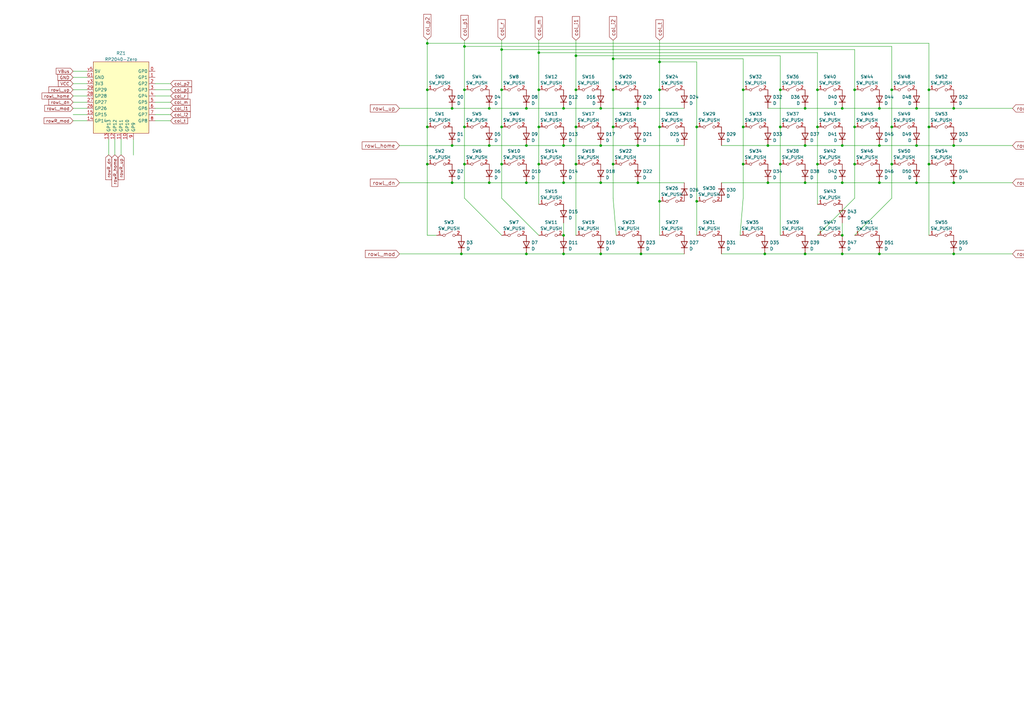
<source format=kicad_sch>
(kicad_sch (version 20211123) (generator eeschema)
  (paper "A3")
  (title_block (title "BumWings_002") (date "2022-11-16") (rev "v0.5") (company "tubby.twins a.k.a. mschnoor"))
  (lib_symbols
    (symbol "BumWings_SymLibrary:Key_Switch" (pin_names (offset 0) hide)
      (property "Reference" "K" (at 0 3.175 0))
      (symbol "Key_Switch_0_0"
        (circle (center -2.032 0) (radius 0.508))
        (polyline (pts (xy -1.524 0.254) (xy 1.524 1.778)))
        (circle (center 2.032 0) (radius 0.508))
      )
      (symbol "Key_Switch_1_1"
        (pin passive line (at -5.08 0 0) (length 2.54) (name "A") (number "1"))
        (pin passive line (at 5.08 0 180) (length 2.54) (name "B") (number "2"))
      )
    )
    (symbol "BumWings_SymLibrary:RP2040-Zero"
      (property "Reference" "RZ" (at 1.27 2.54 0))
      (property "Value" "RP2040-Zero" (at 2.54 12.7 0))
      (symbol "RP2040-Zero_0_1"
        (rectangle (start -10.16 13.97) (end 12.7 -15.24) (fill (type background)))
      )
      (symbol "RP2040-Zero_1_1"
        (pin bidirectional line (at 15.24 10.16 180) (length 2.54) (name "GP0") (number "0"))
        (pin bidirectional line (at 15.24 7.62 180) (length 2.54) (name "GP1") (number "1"))
        (pin bidirectional line (at 3.81 -17.78 90) (length 2.54) (name "GP10") (number "10"))
        (pin bidirectional line (at 1.27 -17.78 90) (length 2.54) (name "GP11") (number "11"))
        (pin bidirectional line (at -1.27 -17.78 90) (length 2.54) (name "GP12") (number "12"))
        (pin bidirectional line (at -3.81 -17.78 90) (length 2.54) (name "GP13") (number "13"))
        (pin bidirectional line (at -12.7 -10.16 0) (length 2.54) (name "GP14") (number "14"))
        (pin bidirectional line (at -12.7 -7.62 0) (length 2.54) (name "GP15") (number "15"))
        (pin bidirectional line (at 15.24 5.08 180) (length 2.54) (name "GP2") (number "2"))
        (pin bidirectional line (at -12.7 -5.08 0) (length 2.54) (name "GP26") (number "26"))
        (pin bidirectional line (at -12.7 -2.54 0) (length 2.54) (name "GP27") (number "27"))
        (pin bidirectional line (at -12.7 0 0) (length 2.54) (name "GP28") (number "28"))
        (pin bidirectional line (at -12.7 2.54 0) (length 2.54) (name "GP29") (number "29"))
        (pin bidirectional line (at 15.24 2.54 180) (length 2.54) (name "GP3") (number "3"))
        (pin bidirectional line (at 15.24 0 180) (length 2.54) (name "GP4") (number "4"))
        (pin bidirectional line (at 15.24 -2.54 180) (length 2.54) (name "GP5") (number "5"))
        (pin bidirectional line (at 15.24 -5.08 180) (length 2.54) (name "GP6") (number "6"))
        (pin bidirectional line (at 15.24 -7.62 180) (length 2.54) (name "GP7") (number "7"))
        (pin bidirectional line (at 15.24 -10.16 180) (length 2.54) (name "GP8") (number "8"))
        (pin bidirectional line (at 6.35 -17.78 90) (length 2.54) (name "GP9") (number "9"))
        (pin power_in line (at -12.7 7.62 0) (length 2.54) (name "GND") (number "G1"))
        (pin power_in line (at -12.7 5.08 0) (length 2.54) (name "3V3") (number "v3"))
        (pin power_in line (at -12.7 10.16 0) (length 2.54) (name "5V") (number "v5"))
      )
    )
    (symbol "Device:D" (pin_numbers hide) (pin_names (offset 1.016) hide)
      (property "Reference" "D" (at 0 2.54 0))
      (property "Value" "D" (at 0 -2.54 0))
      (symbol "D_0_1"
        (polyline (pts (xy -1.27 1.27) (xy -1.27 -1.27)) (stroke (width 0.254)))
        (polyline (pts (xy 1.27 0) (xy -1.27 0)))
        (polyline (pts (xy 1.27 1.27) (xy 1.27 -1.27) (xy -1.27 0) (xy 1.27 1.27)) (stroke (width 0.254)))
      )
      (symbol "D_1_1"
        (pin passive line (at -3.81 0 0) (length 2.54) (name "K") (number "1"))
        (pin passive line (at 3.81 0 180) (length 2.54) (name "A") (number "2"))
      )
    )
  )
  (junction (at 205.74 52.07))
  (junction (at 350.52 36.83))
  (junction (at 360.68 59.69))
  (junction (at 345.44 74.93))
  (junction (at 215.9 44.45))
  (junction (at 345.44 59.69))
  (junction (at 391.16 74.93))
  (junction (at 246.38 59.69))
  (junction (at 391.16 59.69))
  (junction (at 375.92 59.69))
  (junction (at 381 36.83))
  (junction (at 205.74 67.31))
  (junction (at 185.42 74.93))
  (junction (at 365.76 67.31))
  (junction (at 330.2 104.14))
  (junction (at 350.52 52.07))
  (junction (at 190.5 36.83))
  (junction (at 231.14 59.69))
  (junction (at 261.62 59.69))
  (junction (at 330.2 74.93))
  (junction (at 236.22 52.07))
  (junction (at 251.46 67.31))
  (junction (at 304.8 52.07))
  (junction (at 304.8 36.83))
  (junction (at 365.76 52.07))
  (junction (at 391.16 44.45))
  (junction (at 175.26 67.31))
  (junction (at 246.38 44.45))
  (junction (at 270.51 25.4))
  (junction (at 215.9 74.93))
  (junction (at 350.52 67.31))
  (junction (at 345.44 104.14))
  (junction (at 236.22 36.83))
  (junction (at 375.92 44.45))
  (junction (at 185.42 44.45))
  (junction (at 335.28 67.31))
  (junction (at 320.04 52.07))
  (junction (at 391.16 104.14))
  (junction (at 381 67.31))
  (junction (at 313.69 104.14))
  (junction (at 335.28 52.07))
  (junction (at 231.14 44.45))
  (junction (at 189.23 104.14))
  (junction (at 220.98 21.59))
  (junction (at 215.9 59.69))
  (junction (at 262.89 104.14))
  (junction (at 246.38 74.93))
  (junction (at 231.14 74.93))
  (junction (at 360.68 104.14))
  (junction (at 236.22 67.31))
  (junction (at 304.8 67.31))
  (junction (at 231.14 96.52))
  (junction (at 381 52.07))
  (junction (at 200.66 74.93))
  (junction (at 205.74 36.83))
  (junction (at 314.96 59.69))
  (junction (at 270.51 36.83))
  (junction (at 360.68 74.93))
  (junction (at 205.74 20.32))
  (junction (at 251.46 36.83))
  (junction (at 270.51 82.55))
  (junction (at 270.51 52.07))
  (junction (at 261.62 44.45))
  (junction (at 330.2 59.69))
  (junction (at 175.26 36.83))
  (junction (at 220.98 52.07))
  (junction (at 285.75 82.55))
  (junction (at 345.44 44.45))
  (junction (at 236.22 22.86))
  (junction (at 320.04 67.31))
  (junction (at 200.66 59.69))
  (junction (at 175.26 17.78))
  (junction (at 220.98 36.83))
  (junction (at 185.42 59.69))
  (junction (at 345.44 96.52))
  (junction (at 246.38 104.14))
  (junction (at 261.62 74.93))
  (junction (at 251.46 24.13))
  (junction (at 285.75 52.07))
  (junction (at 251.46 52.07))
  (junction (at 231.14 104.14))
  (junction (at 335.28 36.83))
  (junction (at 360.68 44.45))
  (junction (at 314.96 74.93))
  (junction (at 190.5 19.05))
  (junction (at 190.5 52.07))
  (junction (at 375.92 74.93))
  (junction (at 365.76 36.83))
  (junction (at 220.98 67.31))
  (junction (at 330.2 44.45))
  (junction (at 175.26 52.07))
  (junction (at 200.66 44.45))
  (junction (at 320.04 36.83))
  (junction (at 190.5 67.31))
  (junction (at 215.9 104.14))
  (wire (pts (xy 320.04 67.31) (xy 320.04 96.52)))
  (wire (pts (xy 270.51 96.52) (xy 270.51 82.55)))
  (wire (pts (xy 190.5 67.31) (xy 190.5 81.28)))
  (wire (pts (xy 261.62 74.93) (xy 280.67 74.93)))
  (wire (pts (xy 29.972 49.53) (xy 35.687 49.53)))
  (wire (pts (xy 44.577 63.5) (xy 44.577 57.15)))
  (wire (pts (xy 285.75 52.07) (xy 285.75 82.55)))
  (wire (pts (xy 261.62 59.69) (xy 280.67 59.69)))
  (wire (pts (xy 215.9 104.14) (xy 231.14 104.14)))
  (wire (pts (xy 69.977 36.83) (xy 63.627 36.83)))
  (wire (pts (xy 360.68 74.93) (xy 375.92 74.93)))
  (wire (pts (xy 320.04 52.07) (xy 320.04 67.31)))
  (wire (pts (xy 251.46 67.31) (xy 251.46 81.28)))
  (wire (pts (xy 270.51 52.07) (xy 270.51 82.55)))
  (wire (pts (xy 304.8 36.83) (xy 304.8 52.07)))
  (wire (pts (xy 205.74 67.31) (xy 205.74 81.28)))
  (wire (pts (xy 360.68 59.69) (xy 375.92 59.69)))
  (wire (pts (xy 381 17.78) (xy 175.26 17.78)))
  (wire (pts (xy 175.26 36.83) (xy 175.26 52.07)))
  (wire (pts (xy 220.98 36.83) (xy 220.98 52.07)))
  (wire (pts (xy 175.26 52.07) (xy 175.26 67.31)))
  (wire (pts (xy 335.28 96.52) (xy 350.52 81.28)))
  (wire (pts (xy 270.51 16.51) (xy 270.51 25.4)))
  (wire (pts (xy 314.96 74.93) (xy 330.2 74.93)))
  (wire (pts (xy 215.9 59.69) (xy 231.14 59.69)))
  (wire (pts (xy 304.8 67.31) (xy 304.8 81.28)))
  (wire (pts (xy 360.68 44.45) (xy 375.92 44.45)))
  (wire (pts (xy 314.96 44.45) (xy 330.2 44.45)))
  (wire (pts (xy 375.92 44.45) (xy 391.16 44.45)))
  (wire (pts (xy 251.46 36.83) (xy 251.46 52.07)))
  (wire (pts (xy 69.977 44.45) (xy 63.627 44.45)))
  (wire (pts (xy 215.9 74.93) (xy 231.14 74.93)))
  (wire (pts (xy 163.83 59.69) (xy 185.42 59.69)))
  (wire (pts (xy 270.51 36.83) (xy 270.51 52.07)))
  (wire (pts (xy 220.98 67.31) (xy 220.98 83.82)))
  (wire (pts (xy 47.117 63.5) (xy 47.117 57.15)))
  (wire (pts (xy 231.14 104.14) (xy 246.38 104.14)))
  (wire (pts (xy 175.26 16.256) (xy 175.26 17.78)))
  (wire (pts (xy 350.52 67.31) (xy 350.52 81.28)))
  (wire (pts (xy 185.42 74.93) (xy 200.66 74.93)))
  (wire (pts (xy 262.89 104.14) (xy 280.67 104.14)))
  (wire (pts (xy 381 17.78) (xy 381 36.83)))
  (wire (pts (xy 185.42 44.45) (xy 200.66 44.45)))
  (wire (pts (xy 345.44 59.69) (xy 360.68 59.69)))
  (wire (pts (xy 251.46 16.51) (xy 251.46 24.13)))
  (wire (pts (xy 29.972 34.29) (xy 35.687 34.29)))
  (wire (pts (xy 345.44 91.44) (xy 345.44 96.52)))
  (wire (pts (xy 381 52.07) (xy 381 67.31)))
  (wire (pts (xy 251.46 24.13) (xy 251.46 36.83)))
  (wire (pts (xy 231.14 44.45) (xy 246.38 44.45)))
  (wire (pts (xy 295.91 104.14) (xy 313.69 104.14)))
  (wire (pts (xy 69.977 39.37) (xy 63.627 39.37)))
  (wire (pts (xy 295.91 74.93) (xy 314.96 74.93)))
  (wire (pts (xy 313.69 104.14) (xy 330.2 104.14)))
  (wire (pts (xy 335.28 21.59) (xy 220.98 21.59)))
  (wire (pts (xy 285.75 96.52) (xy 285.75 82.55)))
  (wire (pts (xy 236.22 67.31) (xy 236.22 96.52)))
  (wire (pts (xy 246.38 104.14) (xy 262.89 104.14)))
  (wire (pts (xy 190.5 36.83) (xy 190.5 52.07)))
  (wire (pts (xy 304.8 24.13) (xy 251.46 24.13)))
  (wire (pts (xy 320.04 22.86) (xy 320.04 36.83)))
  (wire (pts (xy 215.9 44.45) (xy 231.14 44.45)))
  (wire (pts (xy 314.96 59.69) (xy 330.2 59.69)))
  (wire (pts (xy 29.972 39.37) (xy 35.687 39.37)))
  (wire (pts (xy 415.29 74.93) (xy 391.16 74.93)))
  (wire (pts (xy 345.44 44.45) (xy 360.68 44.45)))
  (wire (pts (xy 335.28 36.83) (xy 335.28 52.07)))
  (wire (pts (xy 220.98 52.07) (xy 220.98 67.31)))
  (wire (pts (xy 190.5 19.05) (xy 365.76 19.05)))
  (wire (pts (xy 236.22 16.51) (xy 236.22 22.86)))
  (wire (pts (xy 163.83 44.45) (xy 185.42 44.45)))
  (wire (pts (xy 246.38 44.45) (xy 261.62 44.45)))
  (wire (pts (xy 365.76 52.07) (xy 365.76 67.31)))
  (wire (pts (xy 285.75 25.4) (xy 270.51 25.4)))
  (wire (pts (xy 231.14 91.44) (xy 231.14 96.52)))
  (wire (pts (xy 29.972 31.75) (xy 35.687 31.75)))
  (wire (pts (xy 345.44 74.93) (xy 360.68 74.93)))
  (wire (pts (xy 350.52 96.52) (xy 365.76 81.28)))
  (wire (pts (xy 415.29 59.69) (xy 391.16 59.69)))
  (wire (pts (xy 205.74 20.32) (xy 205.74 36.83)))
  (wire (pts (xy 280.67 44.45) (xy 261.62 44.45)))
  (wire (pts (xy 236.22 36.83) (xy 236.22 52.07)))
  (wire (pts (xy 246.38 59.69) (xy 261.62 59.69)))
  (wire (pts (xy 350.52 20.32) (xy 350.52 36.83)))
  (wire (pts (xy 190.5 19.05) (xy 190.5 36.83)))
  (wire (pts (xy 69.977 49.53) (xy 63.627 49.53)))
  (wire (pts (xy 54.737 63.627) (xy 54.737 57.15)))
  (wire (pts (xy 345.44 104.14) (xy 360.68 104.14)))
  (wire (pts (xy 304.8 81.28) (xy 303.53 96.52)))
  (wire (pts (xy 335.28 21.59) (xy 335.28 36.83)))
  (wire (pts (xy 69.977 46.99) (xy 63.627 46.99)))
  (wire (pts (xy 375.92 59.69) (xy 391.16 59.69)))
  (wire (pts (xy 200.66 59.69) (xy 215.9 59.69)))
  (wire (pts (xy 231.14 74.93) (xy 246.38 74.93)))
  (wire (pts (xy 320.04 22.86) (xy 236.22 22.86)))
  (wire (pts (xy 415.29 44.45) (xy 391.16 44.45)))
  (wire (pts (xy 200.66 44.45) (xy 215.9 44.45)))
  (wire (pts (xy 220.98 16.51) (xy 220.98 21.59)))
  (wire (pts (xy 251.46 52.07) (xy 251.46 67.31)))
  (wire (pts (xy 365.76 19.05) (xy 365.76 36.83)))
  (wire (pts (xy 220.98 21.59) (xy 220.98 36.83)))
  (wire (pts (xy 29.972 29.21) (xy 35.687 29.21)))
  (wire (pts (xy 270.51 25.4) (xy 270.51 36.83)))
  (wire (pts (xy 163.83 74.93) (xy 185.42 74.93)))
  (wire (pts (xy 205.74 16.51) (xy 205.74 20.32)))
  (wire (pts (xy 330.2 44.45) (xy 345.44 44.45)))
  (wire (pts (xy 205.74 81.28) (xy 220.98 96.52)))
  (wire (pts (xy 350.52 52.07) (xy 350.52 67.31)))
  (wire (pts (xy 335.28 52.07) (xy 335.28 67.31)))
  (wire (pts (xy 190.5 16.637) (xy 190.5 19.05)))
  (wire (pts (xy 29.972 36.83) (xy 35.687 36.83)))
  (wire (pts (xy 381 67.31) (xy 381 96.52)))
  (wire (pts (xy 185.42 59.69) (xy 200.66 59.69)))
  (wire (pts (xy 69.977 34.29) (xy 63.627 34.29)))
  (wire (pts (xy 236.22 52.07) (xy 236.22 67.31)))
  (wire (pts (xy 330.2 59.69) (xy 345.44 59.69)))
  (wire (pts (xy 175.26 96.52) (xy 179.07 96.52)))
  (wire (pts (xy 200.66 74.93) (xy 215.9 74.93)))
  (wire (pts (xy 365.76 67.31) (xy 365.76 81.28)))
  (wire (pts (xy 330.2 104.14) (xy 345.44 104.14)))
  (wire (pts (xy 375.92 74.93) (xy 391.16 74.93)))
  (wire (pts (xy 381 36.83) (xy 381 52.07)))
  (wire (pts (xy 205.74 52.07) (xy 205.74 67.31)))
  (wire (pts (xy 251.46 81.28) (xy 252.73 96.52)))
  (wire (pts (xy 231.14 59.69) (xy 246.38 59.69)))
  (wire (pts (xy 285.75 25.4) (xy 285.75 52.07)))
  (wire (pts (xy 190.5 52.07) (xy 190.5 67.31)))
  (wire (pts (xy 330.2 74.93) (xy 345.44 74.93)))
  (wire (pts (xy 163.83 104.14) (xy 189.23 104.14)))
  (wire (pts (xy 350.52 36.83) (xy 350.52 52.07)))
  (wire (pts (xy 365.76 36.83) (xy 365.76 52.07)))
  (wire (pts (xy 236.22 22.86) (xy 236.22 36.83)))
  (wire (pts (xy 246.38 74.93) (xy 261.62 74.93)))
  (wire (pts (xy 29.972 46.99) (xy 35.687 46.99)))
  (wire (pts (xy 49.657 63.5) (xy 49.657 57.15)))
  (wire (pts (xy 69.977 41.91) (xy 63.627 41.91)))
  (wire (pts (xy 335.28 67.31) (xy 335.28 83.82)))
  (wire (pts (xy 350.52 20.32) (xy 205.74 20.32)))
  (wire (pts (xy 29.972 41.91) (xy 35.687 41.91)))
  (wire (pts (xy 304.8 24.13) (xy 304.8 36.83)))
  (wire (pts (xy 304.8 52.07) (xy 304.8 67.31)))
  (wire (pts (xy 189.23 104.14) (xy 215.9 104.14)))
  (wire (pts (xy 295.91 59.69) (xy 314.96 59.69)))
  (wire (pts (xy 320.04 36.83) (xy 320.04 52.07)))
  (wire (pts (xy 175.26 17.78) (xy 175.26 36.83)))
  (wire (pts (xy 415.29 104.14) (xy 391.16 104.14)))
  (wire (pts (xy 205.74 36.83) (xy 205.74 52.07)))
  (wire (pts (xy 175.26 67.31) (xy 175.26 96.52)))
  (wire (pts (xy 190.5 81.28) (xy 205.74 96.52)))
  (wire (pts (xy 29.972 44.45) (xy 35.687 44.45)))
  (wire (pts (xy 360.68 104.14) (xy 391.16 104.14)))
  (global_label "col_i1" (shape input) (at 236.22 16.51 90) (effects (font (size 1.524 1.524))) (property "Intersheet References" "${INTERSHEET_REFS}" (effects hide)))
  (global_label "col_m" (shape input) (at 220.98 16.51 90) (effects (font (size 1.524 1.524))) (property "Intersheet References" "${INTERSHEET_REFS}" (effects hide)))
  (global_label "rowL_dn" (shape input) (at 163.83 74.93 180) (effects (font (size 1.524 1.524))) (property "Intersheet References" "${INTERSHEET_REFS}" (effects hide)))
  (global_label "col_t" (shape input) (at 69.977 49.53 0) (property "Intersheet References" "${INTERSHEET_REFS}" (effects hide)))
  (global_label "GND" (shape input) (at 29.972 31.75 180) (property "Intersheet References" "${INTERSHEET_REFS}" (effects hide)))
  (global_label "rowL_up" (shape input) (at 29.972 36.83 180) (property "Intersheet References" "${INTERSHEET_REFS}" (effects hide)))
  (global_label "col_r" (shape input) (at 69.977 39.37 0) (property "Intersheet References" "${INTERSHEET_REFS}" (effects hide)))
  (global_label "col_p1" (shape input) (at 190.5 16.637 90) (effects (font (size 1.524 1.524))) (property "Intersheet References" "${INTERSHEET_REFS}" (effects hide)))
  (global_label "col_p2" (shape input) (at 175.26 16.256 90) (effects (font (size 1.524 1.524))) (property "Intersheet References" "${INTERSHEET_REFS}" (effects hide)))
  (global_label "rowL_home" (shape input) (at 29.972 39.37 180) (property "Intersheet References" "${INTERSHEET_REFS}" (effects hide)))
  (global_label "rowR_mod" (shape input) (at 415.29 104.14 0) (effects (font (size 1.524 1.524))) (property "Intersheet References" "${INTERSHEET_REFS}" (effects hide)))
  (global_label "col_t" (shape input) (at 270.51 16.51 90) (effects (font (size 1.524 1.524))) (property "Intersheet References" "${INTERSHEET_REFS}" (effects hide)))
  (global_label "rowR_mod" (shape input) (at 29.972 49.53 180) (property "Intersheet References" "${INTERSHEET_REFS}" (effects hide)))
  (global_label "rowR_up" (shape input) (at 49.657 63.5 270) (property "Intersheet References" "${INTERSHEET_REFS}" (effects hide)))
  (global_label "col_i2" (shape input) (at 69.977 46.99 0) (property "Intersheet References" "${INTERSHEET_REFS}" (effects hide)))
  (global_label "VCC" (shape input) (at 29.972 34.29 180) (property "Intersheet References" "${INTERSHEET_REFS}" (effects hide)))
  (global_label "col_p1" (shape input) (at 69.977 36.83 0) (property "Intersheet References" "${INTERSHEET_REFS}" (effects hide)))
  (global_label "VBus" (shape input) (at 29.972 29.21 180) (property "Intersheet References" "${INTERSHEET_REFS}" (effects hide)))
  (global_label "col_r" (shape input) (at 205.74 16.51 90) (effects (font (size 1.524 1.524))) (property "Intersheet References" "${INTERSHEET_REFS}" (effects hide)))
  (global_label "rowL_mod" (shape input) (at 29.972 44.45 180) (property "Intersheet References" "${INTERSHEET_REFS}" (effects hide)))
  (global_label "rowR_dn" (shape input) (at 415.29 74.93 0) (effects (font (size 1.524 1.524))) (property "Intersheet References" "${INTERSHEET_REFS}" (effects hide)))
  (global_label "rowL_home" (shape input) (at 163.83 59.69 180) (effects (font (size 1.524 1.524))) (property "Intersheet References" "${INTERSHEET_REFS}" (effects hide)))
  (global_label "col_m" (shape input) (at 69.977 41.91 0) (property "Intersheet References" "${INTERSHEET_REFS}" (effects hide)))
  (global_label "col_i1" (shape input) (at 69.977 44.45 0) (property "Intersheet References" "${INTERSHEET_REFS}" (effects hide)))
  (global_label "rowL_mod" (shape input) (at 163.83 104.14 180) (effects (font (size 1.524 1.524))) (property "Intersheet References" "${INTERSHEET_REFS}" (effects hide)))
  (global_label "rowR_dn" (shape input) (at 44.577 63.5 270) (property "Intersheet References" "${INTERSHEET_REFS}" (effects hide)))
  (global_label "rowR_home" (shape input) (at 47.117 63.5 270) (property "Intersheet References" "${INTERSHEET_REFS}" (effects hide)))
  (global_label "rowL_up" (shape input) (at 163.83 44.45 180) (effects (font (size 1.524 1.524))) (property "Intersheet References" "${INTERSHEET_REFS}" (effects hide)))
  (global_label "rowR_up" (shape input) (at 415.29 44.45 0) (effects (font (size 1.524 1.524))) (property "Intersheet References" "${INTERSHEET_REFS}" (effects hide)))
  (global_label "col_i2" (shape input) (at 251.46 16.51 90) (effects (font (size 1.524 1.524))) (property "Intersheet References" "${INTERSHEET_REFS}" (effects hide)))
  (global_label "rowR_home" (shape input) (at 415.29 59.69 0) (effects (font (size 1.524 1.524))) (property "Intersheet References" "${INTERSHEET_REFS}" (effects hide)))
  (global_label "rowL_dn" (shape input) (at 29.972 41.91 180) (property "Intersheet References" "${INTERSHEET_REFS}" (effects hide)))
  (global_label "col_p2" (shape input) (at 69.977 34.29 0) (property "Intersheet References" "${INTERSHEET_REFS}" (effects hide)))
  (symbol (lib_id "Device:D") (at 185.42 40.64 90) (unit 1)
    (property "Reference" "D0" (at 187.452 39.8053 90) (effects (justify right)))
    (property "Value" "D" (at 187.452 42.3422 90) (effects (justify right)))
    (property "Footprint" "BumWings_Library:Diode_D_SOD-123" (effects hide))
  )
  (symbol (lib_id "BumWings_SymLibrary:Key_Switch") (at 184.15 96.52 0) (unit 1)
    (property "Reference" "SW3" (at 184.15 91.1692 0))
    (property "Value" "SW_PUSH" (at 184.15 93.7061 0))
    (property "Footprint" "BumWings_Library:Kailh_PG1350_1.5u_hotswap" (effects hide))
  )
  (symbol (lib_id "Device:D") (at 330.2 55.88 90) (unit 1)
    (property "Reference" "D37" (at 332.232 55.0453 90) (effects (justify right)))
    (property "Value" "D" (at 332.232 57.5822 90) (effects (justify right)))
    (property "Footprint" "BumWings_Library:Diode_D_SOD-123" (effects hide))
  )
  (symbol (lib_id "Device:D") (at 246.38 71.12 90) (unit 1)
    (property "Reference" "D18" (at 248.412 70.2853 90) (effects (justify right)))
    (property "Value" "D" (at 248.412 72.8222 90) (effects (justify right)))
    (property "Footprint" "BumWings_Library:Diode_D_SOD-123" (effects hide))
  )
  (symbol (lib_id "Device:D") (at 200.66 55.88 90) (unit 1)
    (property "Reference" "D5" (at 202.692 55.0453 90) (effects (justify right)))
    (property "Value" "D" (at 202.692 57.5822 90) (effects (justify right)))
    (property "Footprint" "BumWings_Library:Diode_D_SOD-123" (effects hide))
  )
  (symbol (lib_id "BumWings_SymLibrary:Key_Switch") (at 226.06 83.82 0) (unit 1)
    (property "Reference" "SW15" (at 226.06 78.4692 0))
    (property "Value" "SW_PUSH" (at 226.06 81.0061 0))
    (property "Footprint" "BumWings_Library:Kailh_PG1350_1u_hotswap" (effects hide))
  )
  (symbol (lib_id "BumWings_SymLibrary:Key_Switch") (at 241.3 96.52 0) (unit 1)
    (property "Reference" "SW19" (at 241.3 91.1692 0))
    (property "Value" "SW_PUSH" (at 241.3 93.7061 0))
    (property "Footprint" "BumWings_Library:Kailh_PG1350_1u_hotswap" (effects hide))
  )
  (symbol (lib_id "Device:D") (at 280.67 100.33 90) (unit 1)
    (property "Reference" "D27" (at 282.702 99.4953 90) (effects (justify right)))
    (property "Value" "D" (at 282.702 102.0322 90) (effects (justify right)))
    (property "Footprint" "BumWings_Library:Diode_D_SOD-123" (effects hide))
  )
  (symbol (lib_id "Device:D") (at 360.68 40.64 90) (unit 1)
    (property "Reference" "D44" (at 362.712 39.8053 90) (effects (justify right)))
    (property "Value" "D" (at 362.712 42.3422 90) (effects (justify right)))
    (property "Footprint" "BumWings_Library:Diode_D_SOD-123" (effects hide))
  )
  (symbol (lib_id "Device:D") (at 391.16 100.33 90) (unit 1)
    (property "Reference" "D55" (at 393.192 99.4953 90) (effects (justify right)))
    (property "Value" "D" (at 393.192 102.0322 90) (effects (justify right)))
    (property "Footprint" "BumWings_Library:Diode_D_SOD-123" (effects hide))
  )
  (symbol (lib_id "Device:D") (at 314.96 71.12 90) (unit 1)
    (property "Reference" "D34" (at 316.992 70.2853 90) (effects (justify right)))
    (property "Value" "D" (at 316.992 72.8222 90) (effects (justify right)))
    (property "Footprint" "BumWings_Library:Diode_D_SOD-123" (effects hide))
  )
  (symbol (lib_id "BumWings_SymLibrary:Key_Switch") (at 290.83 96.52 0) (unit 1)
    (property "Reference" "SW31" (at 290.83 91.1692 0))
    (property "Value" "SW_PUSH" (at 290.83 93.7061 0))
    (property "Footprint" "BumWings_Library:Kailh_PG1350_1.5u_hotswap" (effects hide))
  )
  (symbol (lib_id "Device:D") (at 261.62 55.88 90) (unit 1)
    (property "Reference" "D21" (at 263.652 55.0453 90) (effects (justify right)))
    (property "Value" "D" (at 263.652 57.5822 90) (effects (justify right)))
    (property "Footprint" "BumWings_Library:Diode_D_SOD-123" (effects hide))
  )
  (symbol (lib_id "Device:D") (at 262.89 100.33 90) (unit 1)
    (property "Reference" "D23" (at 264.922 99.4953 90) (effects (justify right)))
    (property "Value" "D" (at 264.922 102.0322 90) (effects (justify right)))
    (property "Footprint" "BumWings_Library:Diode_D_SOD-123" (effects hide))
  )
  (symbol (lib_id "Device:D") (at 295.91 78.74 270) (unit 1)
    (property "Reference" "D30" (at 297.942 77.9053 90) (effects (justify left)))
    (property "Value" "D" (at 297.942 80.4422 90) (effects (justify left)))
    (property "Footprint" "BumWings_Library:Diode_D_SOD-123" (effects hide))
  )
  (symbol (lib_id "BumWings_SymLibrary:Key_Switch") (at 180.34 36.83 0) (unit 1)
    (property "Reference" "SW0" (at 180.34 31.4792 0))
    (property "Value" "SW_PUSH" (at 180.34 34.0161 0))
    (property "Footprint" "BumWings_Library:Kailh_PG1350_1u_hotswap" (effects hide))
  )
  (symbol (lib_id "BumWings_SymLibrary:Key_Switch") (at 308.61 96.52 0) (unit 1)
    (property "Reference" "SW35" (at 308.61 91.1692 0))
    (property "Value" "SW_PUSH" (at 308.61 93.7061 0))
    (property "Footprint" "BumWings_Library:Kailh_PG1350_2u_stab_hotswap" (effects hide))
  )
  (symbol (lib_id "Device:D") (at 200.66 40.64 90) (unit 1)
    (property "Reference" "D4" (at 202.692 39.8053 90) (effects (justify right)))
    (property "Value" "D" (at 202.692 42.3422 90) (effects (justify right)))
    (property "Footprint" "BumWings_Library:Diode_D_SOD-123" (effects hide))
  )
  (symbol (lib_id "Device:D") (at 345.44 87.63 90) (unit 1)
    (property "Reference" "D43" (at 347.472 86.7953 90) (effects (justify right)))
    (property "Value" "D" (at 347.472 89.3322 90) (effects (justify right)))
    (property "Footprint" "BumWings_Library:Diode_D_SOD-123" (effects hide))
  )
  (symbol (lib_id "Device:D") (at 391.16 71.12 90) (unit 1)
    (property "Reference" "D54" (at 393.192 70.2853 90) (effects (justify right)))
    (property "Value" "D" (at 393.192 72.8222 90) (effects (justify right)))
    (property "Footprint" "BumWings_Library:Diode_D_SOD-123" (effects hide))
  )
  (symbol (lib_id "BumWings_SymLibrary:Key_Switch") (at 340.36 52.07 0) (unit 1)
    (property "Reference" "SW41" (at 340.36 46.7192 0))
    (property "Value" "SW_PUSH" (at 340.36 49.2561 0))
    (property "Footprint" "BumWings_Library:Kailh_PG1350_1u_hotswap" (effects hide))
  )
  (symbol (lib_id "Device:D") (at 261.62 40.64 90) (unit 1)
    (property "Reference" "D20" (at 263.652 39.8053 90) (effects (justify right)))
    (property "Value" "D" (at 263.652 42.3422 90) (effects (justify right)))
    (property "Footprint" "BumWings_Library:Diode_D_SOD-123" (effects hide))
  )
  (symbol (lib_id "BumWings_SymLibrary:Key_Switch") (at 370.84 67.31 0) (unit 1)
    (property "Reference" "SW50" (at 370.84 61.9592 0))
    (property "Value" "SW_PUSH" (at 370.84 64.4961 0))
    (property "Footprint" "BumWings_Library:Kailh_PG1350_1u_hotswap" (effects hide))
  )
  (symbol (lib_id "Device:D") (at 231.14 55.88 90) (unit 1)
    (property "Reference" "D13" (at 233.172 55.0453 90) (effects (justify right)))
    (property "Value" "D" (at 233.172 57.5822 90) (effects (justify right)))
    (property "Footprint" "BumWings_Library:Diode_D_SOD-123" (effects hide))
  )
  (symbol (lib_id "BumWings_SymLibrary:Key_Switch") (at 325.12 36.83 0) (unit 1)
    (property "Reference" "SW36" (at 325.12 31.4792 0))
    (property "Value" "SW_PUSH" (at 325.12 34.0161 0))
    (property "Footprint" "BumWings_Library:Kailh_PG1350_1u_hotswap" (effects hide))
  )
  (symbol (lib_id "Device:D") (at 360.68 100.33 90) (unit 1)
    (property "Reference" "D51" (at 362.712 99.4953 90) (effects (justify right)))
    (property "Value" "D" (at 362.712 102.0322 90) (effects (justify right)))
    (property "Footprint" "BumWings_Library:Diode_D_SOD-123" (effects hide))
  )
  (symbol (lib_id "BumWings_SymLibrary:Key_Switch") (at 386.08 52.07 0) (unit 1)
    (property "Reference" "SW53" (at 386.08 46.7192 0))
    (property "Value" "SW_PUSH" (at 386.08 49.2561 0))
    (property "Footprint" "BumWings_Library:Kailh_PG1350_1u_hotswap" (effects hide))
  )
  (symbol (lib_id "BumWings_SymLibrary:Key_Switch") (at 257.81 96.52 0) (unit 1)
    (property "Reference" "SW23" (at 257.81 91.1692 0))
    (property "Value" "SW_PUSH" (at 257.81 93.7061 0))
    (property "Footprint" "BumWings_Library:Kailh_PG1350_2u_stab_hotswap" (effects hide))
  )
  (symbol (lib_id "Device:D") (at 215.9 40.64 90) (unit 1)
    (property "Reference" "D8" (at 217.932 39.8053 90) (effects (justify right)))
    (property "Value" "D" (at 217.932 42.3422 90) (effects (justify right)))
    (property "Footprint" "BumWings_Library:Diode_D_SOD-123" (effects hide))
  )
  (symbol (lib_id "Device:D") (at 330.2 40.64 90) (unit 1)
    (property "Reference" "D36" (at 328.168 39.8053 90) (effects (justify left)))
    (property "Value" "D" (at 328.168 42.3422 90) (effects (justify left)))
    (property "Footprint" "BumWings_Library:Diode_D_SOD-123" (effects hide))
  )
  (symbol (lib_id "BumWings_SymLibrary:Key_Switch") (at 386.08 67.31 0) (unit 1)
    (property "Reference" "SW54" (at 386.08 61.9592 0))
    (property "Value" "SW_PUSH" (at 386.08 64.4961 0))
    (property "Footprint" "BumWings_Library:Kailh_PG1350_1u_hotswap" (effects hide))
  )
  (symbol (lib_id "Device:D") (at 246.38 55.88 90) (unit 1)
    (property "Reference" "D17" (at 248.412 55.0453 90) (effects (justify right)))
    (property "Value" "D" (at 248.412 57.5822 90) (effects (justify right)))
    (property "Footprint" "BumWings_Library:Diode_D_SOD-123" (effects hide))
  )
  (symbol (lib_id "BumWings_SymLibrary:Key_Switch") (at 370.84 36.83 0) (unit 1)
    (property "Reference" "SW48" (at 370.84 31.4792 0))
    (property "Value" "SW_PUSH" (at 370.84 34.0161 0))
    (property "Footprint" "BumWings_Library:Kailh_PG1350_1u_hotswap" (effects hide))
  )
  (symbol (lib_id "BumWings_SymLibrary:Key_Switch") (at 325.12 52.07 0) (unit 1)
    (property "Reference" "SW37" (at 325.12 46.7192 0))
    (property "Value" "SW_PUSH" (at 325.12 49.2561 0))
    (property "Footprint" "BumWings_Library:Kailh_PG1350_1u_hotswap" (effects hide))
  )
  (symbol (lib_id "Device:D") (at 280.67 78.74 270) (unit 1)
    (property "Reference" "D26" (at 282.702 77.9053 90) (effects (justify left)))
    (property "Value" "D" (at 282.702 80.4422 90) (effects (justify left)))
    (property "Footprint" "BumWings_Library:Diode_D_SOD-123" (effects hide))
  )
  (symbol (lib_id "Device:D") (at 345.44 100.33 90) (unit 1)
    (property "Reference" "D47" (at 347.472 99.4953 90) (effects (justify right)))
    (property "Value" "D" (at 347.472 102.0322 90) (effects (justify right)))
    (property "Footprint" "BumWings_Library:Diode_D_SOD-123" (effects hide))
  )
  (symbol (lib_id "BumWings_SymLibrary:Key_Switch") (at 370.84 52.07 0) (unit 1)
    (property "Reference" "SW49" (at 370.84 46.7192 0))
    (property "Value" "SW_PUSH" (at 370.84 49.2561 0))
    (property "Footprint" "BumWings_Library:Kailh_PG1350_1u_hotswap" (effects hide))
  )
  (symbol (lib_id "Device:D") (at 231.14 40.64 90) (unit 1)
    (property "Reference" "D12" (at 233.172 39.8053 90) (effects (justify right)))
    (property "Value" "D" (at 233.172 42.3422 90) (effects (justify right)))
    (property "Footprint" "BumWings_Library:Diode_D_SOD-123" (effects hide))
  )
  (symbol (lib_id "BumWings_SymLibrary:Key_Switch") (at 256.54 36.83 0) (unit 1)
    (property "Reference" "SW20" (at 256.54 31.4792 0))
    (property "Value" "SW_PUSH" (at 256.54 34.0161 0))
    (property "Footprint" "BumWings_Library:Kailh_PG1350_1u_hotswap" (effects hide))
  )
  (symbol (lib_id "BumWings_SymLibrary:Key_Switch") (at 180.34 52.07 0) (unit 1)
    (property "Reference" "SW1" (at 180.34 46.7192 0))
    (property "Value" "SW_PUSH" (at 180.34 49.2561 0))
    (property "Footprint" "BumWings_Library:Kailh_PG1350_1u_hotswap" (effects hide))
  )
  (symbol (lib_id "Device:D") (at 391.16 40.64 90) (unit 1)
    (property "Reference" "D52" (at 393.192 39.8053 90) (effects (justify right)))
    (property "Value" "D" (at 393.192 42.3422 90) (effects (justify right)))
    (property "Footprint" "BumWings_Library:Diode_D_SOD-123" (effects hide))
  )
  (symbol (lib_id "BumWings_SymLibrary:Key_Switch") (at 241.3 36.83 0) (unit 1)
    (property "Reference" "SW16" (at 241.3 31.4792 0))
    (property "Value" "SW_PUSH" (at 241.3 34.0161 0))
    (property "Footprint" "BumWings_Library:Kailh_PG1350_1u_hotswap" (effects hide))
  )
  (symbol (lib_id "BumWings_SymLibrary:Key_Switch") (at 386.08 96.52 0) (unit 1)
    (property "Reference" "SW55" (at 386.08 91.1692 0))
    (property "Value" "SW_PUSH" (at 386.08 93.7061 0))
    (property "Footprint" "BumWings_Library:Kailh_PG1350_1.5u_hotswap" (effects hide))
  )
  (symbol (lib_id "BumWings_SymLibrary:Key_Switch") (at 275.59 96.52 0) (unit 1)
    (property "Reference" "SW27" (at 275.59 91.1692 0))
    (property "Value" "SW_PUSH" (at 275.59 93.7061 0))
    (property "Footprint" "BumWings_Library:Kailh_PG1350_1.5u_hotswap" (effects hide))
  )
  (symbol (lib_id "BumWings_SymLibrary:Key_Switch") (at 210.82 52.07 0) (unit 1)
    (property "Reference" "SW9" (at 210.82 46.7192 0))
    (property "Value" "SW_PUSH" (at 210.82 49.2561 0))
    (property "Footprint" "BumWings_Library:Kailh_PG1350_1u_hotswap" (effects hide))
  )
  (symbol (lib_id "BumWings_SymLibrary:Key_Switch") (at 340.36 83.82 0) (unit 1)
    (property "Reference" "SW43" (at 340.36 78.4692 0))
    (property "Value" "SW_PUSH" (at 340.36 81.0061 0))
    (property "Footprint" "BumWings_Library:Kailh_PG1350_1u_hotswap" (effects hide))
  )
  (symbol (lib_id "BumWings_SymLibrary:Key_Switch") (at 241.3 52.07 0) (unit 1)
    (property "Reference" "SW17" (at 241.3 46.7192 0))
    (property "Value" "SW_PUSH" (at 241.3 49.2561 0))
    (property "Footprint" "BumWings_Library:Kailh_PG1350_1u_hotswap" (effects hide))
  )
  (symbol (lib_id "BumWings_SymLibrary:Key_Switch") (at 226.06 96.52 0) (unit 1)
    (property "Reference" "SW11" (at 226.06 91.1692 0))
    (property "Value" "SW_PUSH" (at 226.06 93.7061 0))
    (property "Footprint" "BumWings_Library:Kailh_PG1350_1u_hotswap" (effects hide))
  )
  (symbol (lib_id "Device:D") (at 231.14 87.63 90) (unit 1)
    (property "Reference" "D15" (at 233.172 86.7953 90) (effects (justify right)))
    (property "Value" "D" (at 233.172 89.3322 90) (effects (justify right)))
    (property "Footprint" "BumWings_Library:Diode_D_SOD-123" (effects hide))
  )
  (symbol (lib_id "Device:D") (at 375.92 55.88 90) (unit 1)
    (property "Reference" "D49" (at 373.888 55.0453 90) (effects (justify left)))
    (property "Value" "D" (at 373.888 57.5822 90) (effects (justify left)))
    (property "Footprint" "BumWings_Library:Diode_D_SOD-123" (effects hide))
  )
  (symbol (lib_id "BumWings_SymLibrary:Key_Switch") (at 180.34 67.31 0) (unit 1)
    (property "Reference" "SW2" (at 180.34 61.9592 0))
    (property "Value" "SW_PUSH" (at 180.34 64.4961 0))
    (property "Footprint" "BumWings_Library:Kailh_PG1350_1u_hotswap" (effects hide))
  )
  (symbol (lib_id "BumWings_SymLibrary:Key_Switch") (at 210.82 36.83 0) (unit 1)
    (property "Reference" "SW8" (at 210.82 31.4792 0))
    (property "Value" "SW_PUSH" (at 210.82 34.0161 0))
    (property "Footprint" "BumWings_Library:Kailh_PG1350_1u_hotswap" (effects hide))
  )
  (symbol (lib_id "BumWings_SymLibrary:Key_Switch") (at 275.59 52.07 0) (unit 1)
    (property "Reference" "SW25" (at 275.59 46.7192 0))
    (property "Value" "SW_PUSH" (at 275.59 49.2561 0))
    (property "Footprint" "BumWings_Library:Kailh_PG1350_1.5u_hotswap" (effects hide))
  )
  (symbol (lib_id "BumWings_SymLibrary:Key_Switch") (at 309.88 67.31 0) (unit 1)
    (property "Reference" "SW34" (at 309.88 61.9592 0))
    (property "Value" "SW_PUSH" (at 309.88 64.4961 0))
    (property "Footprint" "BumWings_Library:Kailh_PG1350_1u_hotswap" (effects hide))
  )
  (symbol (lib_id "BumWings_SymLibrary:Key_Switch") (at 275.59 82.55 0) (unit 1)
    (property "Reference" "SW26" (at 275.59 77.1992 0))
    (property "Value" "SW_PUSH" (at 275.59 79.7361 0))
    (property "Footprint" "BumWings_Library:Kailh_PG1350_1u_hotswap" (effects hide))
  )
  (symbol (lib_id "Device:D") (at 189.23 100.33 90) (unit 1)
    (property "Reference" "D3" (at 191.262 99.4953 90) (effects (justify right)))
    (property "Value" "D" (at 191.262 102.0322 90) (effects (justify right)))
    (property "Footprint" "BumWings_Library:Diode_D_SOD-123" (effects hide))
  )
  (symbol (lib_id "Device:D") (at 200.66 71.12 90) (unit 1)
    (property "Reference" "D6" (at 202.692 70.2853 90) (effects (justify right)))
    (property "Value" "D" (at 202.692 72.8222 90) (effects (justify right)))
    (property "Footprint" "BumWings_Library:Diode_D_SOD-123" (effects hide))
  )
  (symbol (lib_id "BumWings_SymLibrary:Key_Switch") (at 256.54 52.07 0) (unit 1)
    (property "Reference" "SW21" (at 256.54 46.7192 0))
    (property "Value" "SW_PUSH" (at 256.54 49.2561 0))
    (property "Footprint" "BumWings_Library:Kailh_PG1350_1u_hotswap" (effects hide))
  )
  (symbol (lib_id "Device:D") (at 360.68 55.88 90) (unit 1)
    (property "Reference" "D45" (at 362.712 55.0453 90) (effects (justify right)))
    (property "Value" "D" (at 362.712 57.5822 90) (effects (justify right)))
    (property "Footprint" "BumWings_Library:Diode_D_SOD-123" (effects hide))
  )
  (symbol (lib_id "BumWings_SymLibrary:Key_Switch") (at 340.36 67.31 0) (unit 1)
    (property "Reference" "SW42" (at 340.36 61.9592 0))
    (property "Value" "SW_PUSH" (at 340.36 64.4961 0))
    (property "Footprint" "BumWings_Library:Kailh_PG1350_1u_hotswap" (effects hide))
  )
  (symbol (lib_id "Device:D") (at 330.2 71.12 90) (unit 1)
    (property "Reference" "D38" (at 332.232 70.2853 90) (effects (justify right)))
    (property "Value" "D" (at 332.232 72.8222 90) (effects (justify right)))
    (property "Footprint" "BumWings_Library:Diode_D_SOD-123" (effects hide))
  )
  (symbol (lib_id "BumWings_SymLibrary:Key_Switch") (at 340.36 96.52 0) (unit 1)
    (property "Reference" "SW47" (at 340.36 91.1692 0))
    (property "Value" "SW_PUSH" (at 340.36 93.7061 0))
    (property "Footprint" "BumWings_Library:Kailh_PG1350_1u_hotswap" (effects hide))
  )
  (symbol (lib_id "Device:D") (at 231.14 100.33 90) (unit 1)
    (property "Reference" "D11" (at 233.172 99.4953 90) (effects (justify right)))
    (property "Value" "D" (at 233.172 102.0322 90) (effects (justify right)))
    (property "Footprint" "BumWings_Library:Diode_D_SOD-123" (effects hide))
  )
  (symbol (lib_id "Device:D") (at 215.9 100.33 90) (unit 1)
    (property "Reference" "D7" (at 217.932 99.4953 90) (effects (justify right)))
    (property "Value" "D" (at 217.932 102.0322 90) (effects (justify right)))
    (property "Footprint" "BumWings_Library:Diode_D_SOD-123" (effects hide))
  )
  (symbol (lib_id "BumWings_SymLibrary:Key_Switch") (at 325.12 67.31 0) (unit 1)
    (property "Reference" "SW38" (at 325.12 61.9592 0))
    (property "Value" "SW_PUSH" (at 325.12 64.4961 0))
    (property "Footprint" "BumWings_Library:Kailh_PG1350_1u_hotswap" (effects hide))
  )
  (symbol (lib_id "Device:D") (at 314.96 40.64 90) (unit 1)
    (property "Reference" "D32" (at 316.992 39.8053 90) (effects (justify right)))
    (property "Value" "D" (at 316.992 42.3422 90) (effects (justify right)))
    (property "Footprint" "BumWings_Library:Diode_D_SOD-123" (effects hide))
  )
  (symbol (lib_id "Device:D") (at 295.91 55.88 90) (unit 1)
    (property "Reference" "D29" (at 297.942 55.0453 90) (effects (justify right)))
    (property "Value" "D" (at 297.942 57.5822 90) (effects (justify right)))
    (property "Footprint" "BumWings_Library:Diode_D_SOD-123" (effects hide))
  )
  (symbol (lib_id "Device:D") (at 375.92 40.64 90) (unit 1)
    (property "Reference" "D48" (at 373.888 39.8053 90) (effects (justify left)))
    (property "Value" "D" (at 373.888 42.3422 90) (effects (justify left)))
    (property "Footprint" "BumWings_Library:Diode_D_SOD-123" (effects hide))
  )
  (symbol (lib_id "BumWings_SymLibrary:Key_Switch") (at 226.06 36.83 0) (unit 1)
    (property "Reference" "SW12" (at 226.06 31.4792 0))
    (property "Value" "SW_PUSH" (at 226.06 34.0161 0))
    (property "Footprint" "BumWings_Library:Kailh_PG1350_1u_hotswap" (effects hide))
  )
  (symbol (lib_id "BumWings_SymLibrary:Key_Switch") (at 340.36 36.83 0) (unit 1)
    (property "Reference" "SW40" (at 340.36 31.4792 0))
    (property "Value" "SW_PUSH" (at 340.36 34.0161 0))
    (property "Footprint" "BumWings_Library:Kailh_PG1350_1u_hotswap" (effects hide))
  )
  (symbol (lib_id "BumWings_SymLibrary:Key_Switch") (at 290.83 52.07 0) (unit 1)
    (property "Reference" "SW29" (at 290.83 46.7192 0))
    (property "Value" "SW_PUSH" (at 290.83 49.2561 0))
    (property "Footprint" "BumWings_Library:Kailh_PG1350_1.5u_hotswap" (effects hide))
  )
  (symbol (lib_id "Device:D") (at 261.62 71.12 90) (unit 1)
    (property "Reference" "D22" (at 263.652 70.2853 90) (effects (justify right)))
    (property "Value" "D" (at 263.652 72.8222 90) (effects (justify right)))
    (property "Footprint" "BumWings_Library:Diode_D_SOD-123" (effects hide))
  )
  (symbol (lib_id "BumWings_SymLibrary:Key_Switch") (at 355.6 96.52 0) (unit 1)
    (property "Reference" "SW51" (at 355.6 91.1692 0))
    (property "Value" "SW_PUSH" (at 355.6 93.7061 0))
    (property "Footprint" "BumWings_Library:Kailh_PG1350_1u_hotswap" (effects hide))
  )
  (symbol (lib_id "Device:D") (at 246.38 100.33 90) (unit 1)
    (property "Reference" "D19" (at 248.412 99.4953 90) (effects (justify right)))
    (property "Value" "D" (at 248.412 102.0322 90) (effects (justify right)))
    (property "Footprint" "BumWings_Library:Diode_D_SOD-123" (effects hide))
  )
  (symbol (lib_id "Device:D") (at 345.44 40.64 90) (unit 1)
    (property "Reference" "D40" (at 343.408 39.8053 90) (effects (justify left)))
    (property "Value" "D" (at 343.408 42.3422 90) (effects (justify left)))
    (property "Footprint" "BumWings_Library:Diode_D_SOD-123" (effects hide))
  )
  (symbol (lib_id "BumWings_SymLibrary:Key_Switch") (at 325.12 96.52 0) (unit 1)
    (property "Reference" "SW39" (at 325.12 91.1692 0))
    (property "Value" "SW_PUSH" (at 325.12 93.7061 0))
    (property "Footprint" "BumWings_Library:Kailh_PG1350_1u_hotswap" (effects hide))
  )
  (symbol (lib_id "BumWings_SymLibrary:Key_Switch") (at 256.54 67.31 0) (unit 1)
    (property "Reference" "SW22" (at 256.54 61.9592 0))
    (property "Value" "SW_PUSH" (at 256.54 64.4961 0))
    (property "Footprint" "BumWings_Library:Kailh_PG1350_1u_hotswap" (effects hide))
  )
  (symbol (lib_id "BumWings_SymLibrary:RP2040-Zero") (at 48.387 39.37 0) (unit 1)
    (property "Reference" "RZ1" (at 49.657 21.8272 0))
    (property "Value" "RP2040-Zero" (at 49.657 24.3641 0))
    (property "Footprint" "BumWings_Library:RP2040-Zero" (effects hide))
  )
  (symbol (lib_id "Device:D") (at 215.9 71.12 90) (unit 1)
    (property "Reference" "D10" (at 217.932 70.2853 90) (effects (justify right)))
    (property "Value" "D" (at 217.932 72.8222 90) (effects (justify right)))
    (property "Footprint" "BumWings_Library:Diode_D_SOD-123" (effects hide))
  )
  (symbol (lib_id "Device:D") (at 185.42 55.88 90) (unit 1)
    (property "Reference" "D1" (at 187.452 55.0453 90) (effects (justify right)))
    (property "Value" "D" (at 187.452 57.5822 90) (effects (justify right)))
    (property "Footprint" "BumWings_Library:Diode_D_SOD-123" (effects hide))
  )
  (symbol (lib_id "BumWings_SymLibrary:Key_Switch") (at 309.88 36.83 0) (unit 1)
    (property "Reference" "SW32" (at 309.88 31.4792 0))
    (property "Value" "SW_PUSH" (at 309.88 34.0161 0))
    (property "Footprint" "BumWings_Library:Kailh_PG1350_1u_hotswap" (effects hide))
  )
  (symbol (lib_id "Device:D") (at 231.14 71.12 90) (unit 1)
    (property "Reference" "D14" (at 233.172 70.2853 90) (effects (justify right)))
    (property "Value" "D" (at 233.172 72.8222 90) (effects (justify right)))
    (property "Footprint" "BumWings_Library:Diode_D_SOD-123" (effects hide))
  )
  (symbol (lib_id "BumWings_SymLibrary:Key_Switch") (at 195.58 36.83 0) (unit 1)
    (property "Reference" "SW4" (at 195.58 31.4792 0))
    (property "Value" "SW_PUSH" (at 195.58 34.0161 0))
    (property "Footprint" "BumWings_Library:Kailh_PG1350_1u_hotswap" (effects hide))
  )
  (symbol (lib_id "Device:D") (at 330.2 100.33 90) (unit 1)
    (property "Reference" "D39" (at 332.232 99.4953 90) (effects (justify right)))
    (property "Value" "D" (at 332.232 102.0322 90) (effects (justify right)))
    (property "Footprint" "BumWings_Library:Diode_D_SOD-123" (effects hide))
  )
  (symbol (lib_id "BumWings_SymLibrary:Key_Switch") (at 290.83 82.55 0) (unit 1)
    (property "Reference" "SW30" (at 290.83 77.1992 0))
    (property "Value" "SW_PUSH" (at 290.83 79.7361 0))
    (property "Footprint" "BumWings_Library:Kailh_PG1350_1u_hotswap" (effects hide))
  )
  (symbol (lib_id "Device:D") (at 360.68 71.12 90) (unit 1)
    (property "Reference" "D46" (at 362.712 70.2853 90) (effects (justify right)))
    (property "Value" "D" (at 362.712 72.8222 90) (effects (justify right)))
    (property "Footprint" "BumWings_Library:Diode_D_SOD-123" (effects hide))
  )
  (symbol (lib_id "Device:D") (at 391.16 55.88 90) (unit 1)
    (property "Reference" "D53" (at 393.192 55.0453 90) (effects (justify right)))
    (property "Value" "D" (at 393.192 57.5822 90) (effects (justify right)))
    (property "Footprint" "BumWings_Library:Diode_D_SOD-123" (effects hide))
  )
  (symbol (lib_id "BumWings_SymLibrary:Key_Switch") (at 275.59 36.83 0) (unit 1)
    (property "Reference" "SW24" (at 275.59 31.4792 0))
    (property "Value" "SW_PUSH" (at 275.59 34.0161 0))
    (property "Footprint" "BumWings_Library:Kailh_PG1350_1u_hotswap" (effects hide))
  )
  (symbol (lib_id "Device:D") (at 280.67 40.64 90) (unit 1)
    (property "Reference" "D24" (at 282.702 39.8053 90) (effects (justify right)))
    (property "Value" "D" (at 282.702 42.3422 90) (effects (justify right)))
    (property "Footprint" "BumWings_Library:Diode_D_SOD-123" (effects hide))
  )
  (symbol (lib_id "BumWings_SymLibrary:Key_Switch") (at 195.58 67.31 0) (unit 1)
    (property "Reference" "SW6" (at 195.58 61.9592 0))
    (property "Value" "SW_PUSH" (at 195.58 64.4961 0))
    (property "Footprint" "BumWings_Library:Kailh_PG1350_1u_hotswap" (effects hide))
  )
  (symbol (lib_id "BumWings_SymLibrary:Key_Switch") (at 241.3 67.31 0) (unit 1)
    (property "Reference" "SW18" (at 241.3 61.9592 0))
    (property "Value" "SW_PUSH" (at 241.3 64.4961 0))
    (property "Footprint" "BumWings_Library:Kailh_PG1350_1u_hotswap" (effects hide))
  )
  (symbol (lib_id "BumWings_SymLibrary:Key_Switch") (at 355.6 67.31 0) (unit 1)
    (property "Reference" "SW46" (at 355.6 61.9592 0))
    (property "Value" "SW_PUSH" (at 355.6 64.4961 0))
    (property "Footprint" "BumWings_Library:Kailh_PG1350_1u_hotswap" (effects hide))
  )
  (symbol (lib_id "BumWings_SymLibrary:Key_Switch") (at 210.82 96.52 0) (unit 1)
    (property "Reference" "SW7" (at 210.82 91.1692 0))
    (property "Value" "SW_PUSH" (at 210.82 93.7061 0))
    (property "Footprint" "BumWings_Library:Kailh_PG1350_1u_hotswap" (effects hide))
  )
  (symbol (lib_id "Device:D") (at 280.67 55.88 90) (unit 1)
    (property "Reference" "D25" (at 278.638 55.0453 90) (effects (justify left)))
    (property "Value" "D" (at 278.638 57.5822 90) (effects (justify left)))
    (property "Footprint" "BumWings_Library:Diode_D_SOD-123" (effects hide))
  )
  (symbol (lib_id "BumWings_SymLibrary:Key_Switch") (at 386.08 36.83 0) (unit 1)
    (property "Reference" "SW52" (at 386.08 31.4792 0))
    (property "Value" "SW_PUSH" (at 386.08 34.0161 0))
    (property "Footprint" "BumWings_Library:Kailh_PG1350_1u_hotswap" (effects hide))
  )
  (symbol (lib_id "Device:D") (at 345.44 71.12 90) (unit 1)
    (property "Reference" "D42" (at 343.408 70.2853 90) (effects (justify left)))
    (property "Value" "D" (at 343.408 72.8222 90) (effects (justify left)))
    (property "Footprint" "BumWings_Library:Diode_D_SOD-123" (effects hide))
  )
  (symbol (lib_id "BumWings_SymLibrary:Key_Switch") (at 355.6 36.83 0) (unit 1)
    (property "Reference" "SW44" (at 355.6 31.4792 0))
    (property "Value" "SW_PUSH" (at 355.6 34.0161 0))
    (property "Footprint" "BumWings_Library:Kailh_PG1350_1u_hotswap" (effects hide))
  )
  (symbol (lib_id "Device:D") (at 314.96 55.88 90) (unit 1)
    (property "Reference" "D33" (at 316.992 55.0453 90) (effects (justify right)))
    (property "Value" "D" (at 316.992 57.5822 90) (effects (justify right)))
    (property "Footprint" "BumWings_Library:Diode_D_SOD-123" (effects hide))
  )
  (symbol (lib_id "BumWings_SymLibrary:Key_Switch") (at 226.06 67.31 0) (unit 1)
    (property "Reference" "SW14" (at 226.06 61.9592 0))
    (property "Value" "SW_PUSH" (at 226.06 64.4961 0))
    (property "Footprint" "BumWings_Library:Kailh_PG1350_1u_hotswap" (effects hide))
  )
  (symbol (lib_id "BumWings_SymLibrary:Key_Switch") (at 195.58 52.07 0) (unit 1)
    (property "Reference" "SW5" (at 195.58 46.7192 0))
    (property "Value" "SW_PUSH" (at 195.58 49.2561 0))
    (property "Footprint" "BumWings_Library:Kailh_PG1350_1u_hotswap" (effects hide))
  )
  (symbol (lib_id "Device:D") (at 215.9 55.88 90) (unit 1)
    (property "Reference" "D9" (at 217.932 55.0453 90) (effects (justify right)))
    (property "Value" "D" (at 217.932 57.5822 90) (effects (justify right)))
    (property "Footprint" "BumWings_Library:Diode_D_SOD-123" (effects hide))
  )
  (symbol (lib_id "BumWings_SymLibrary:Key_Switch") (at 226.06 52.07 0) (unit 1)
    (property "Reference" "SW13" (at 226.06 46.7192 0))
    (property "Value" "SW_PUSH" (at 226.06 49.2561 0))
    (property "Footprint" "BumWings_Library:Kailh_PG1350_1u_hotswap" (effects hide))
  )
  (symbol (lib_id "Device:D") (at 246.38 40.64 90) (unit 1)
    (property "Reference" "D16" (at 244.348 39.8053 90) (effects (justify left)))
    (property "Value" "D" (at 244.348 42.3422 90) (effects (justify left)))
    (property "Footprint" "BumWings_Library:Diode_D_SOD-123" (effects hide))
  )
  (symbol (lib_id "Device:D") (at 345.44 55.88 90) (unit 1)
    (property "Reference" "D41" (at 343.408 55.0453 90) (effects (justify left)))
    (property "Value" "D" (at 343.408 57.5822 90) (effects (justify left)))
    (property "Footprint" "BumWings_Library:Diode_D_SOD-123" (effects hide))
  )
  (symbol (lib_id "BumWings_SymLibrary:Key_Switch") (at 355.6 52.07 0) (unit 1)
    (property "Reference" "SW45" (at 355.6 46.7192 0))
    (property "Value" "SW_PUSH" (at 355.6 49.2561 0))
    (property "Footprint" "BumWings_Library:Kailh_PG1350_1u_hotswap" (effects hide))
  )
  (symbol (lib_id "Device:D") (at 313.69 100.33 90) (unit 1)
    (property "Reference" "D35" (at 315.722 99.4953 90) (effects (justify right)))
    (property "Value" "D" (at 315.722 102.0322 90) (effects (justify right)))
    (property "Footprint" "BumWings_Library:Diode_D_SOD-123" (effects hide))
  )
  (symbol (lib_id "BumWings_SymLibrary:Key_Switch") (at 309.88 52.07 0) (unit 1)
    (property "Reference" "SW33" (at 309.88 46.7192 0))
    (property "Value" "SW_PUSH" (at 309.88 49.2561 0))
    (property "Footprint" "BumWings_Library:Kailh_PG1350_1u_hotswap" (effects hide))
  )
  (symbol (lib_id "Device:D") (at 295.91 100.33 90) (unit 1)
    (property "Reference" "D31" (at 297.942 99.4953 90) (effects (justify right)))
    (property "Value" "D" (at 297.942 102.0322 90) (effects (justify right)))
    (property "Footprint" "BumWings_Library:Diode_D_SOD-123" (effects hide))
  )
  (symbol (lib_id "Device:D") (at 375.92 71.12 90) (unit 1)
    (property "Reference" "D50" (at 373.888 70.2853 90) (effects (justify left)))
    (property "Value" "D" (at 373.888 72.8222 90) (effects (justify left)))
    (property "Footprint" "BumWings_Library:Diode_D_SOD-123" (effects hide))
  )
  (symbol (lib_id "BumWings_SymLibrary:Key_Switch") (at 210.82 67.31 0) (unit 1)
    (property "Reference" "SW10" (at 210.82 61.9592 0))
    (property "Value" "SW_PUSH" (at 210.82 64.4961 0))
    (property "Footprint" "BumWings_Library:Kailh_PG1350_1u_hotswap" (effects hide))
  )
  (symbol (lib_id "Device:D") (at 185.42 71.12 90) (unit 1)
    (property "Reference" "D2" (at 187.452 70.2853 90) (effects (justify right)))
    (property "Value" "D" (at 187.452 72.8222 90) (effects (justify right)))
    (property "Footprint" "BumWings_Library:Diode_D_SOD-123" (effects hide))
  )
)
</source>
